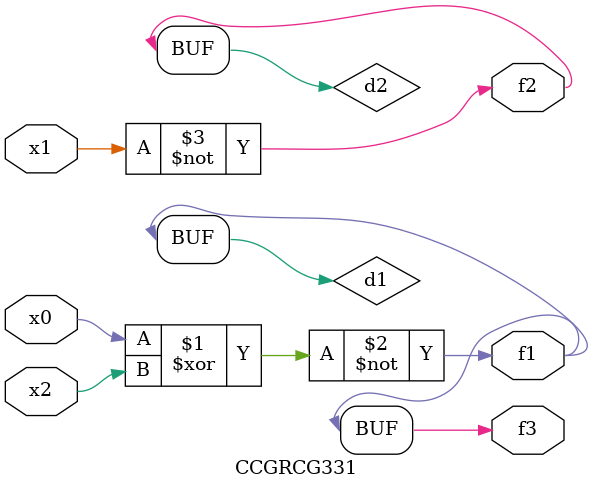
<source format=v>
module CCGRCG331(
	input x0, x1, x2,
	output f1, f2, f3
);

	wire d1, d2, d3;

	xnor (d1, x0, x2);
	nand (d2, x1);
	nor (d3, x1, x2);
	assign f1 = d1;
	assign f2 = d2;
	assign f3 = d1;
endmodule

</source>
